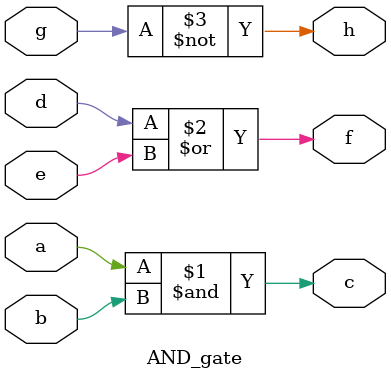
<source format=v>
`timescale 1ns / 1ps


module AND_gate(
    input a,
    input b,
    input d,
    input e,
    output f,
    input g,
    output h,
    output c);
assign c = a & b;
assign f = d | e;
assign h = ~g;
endmodule



</source>
